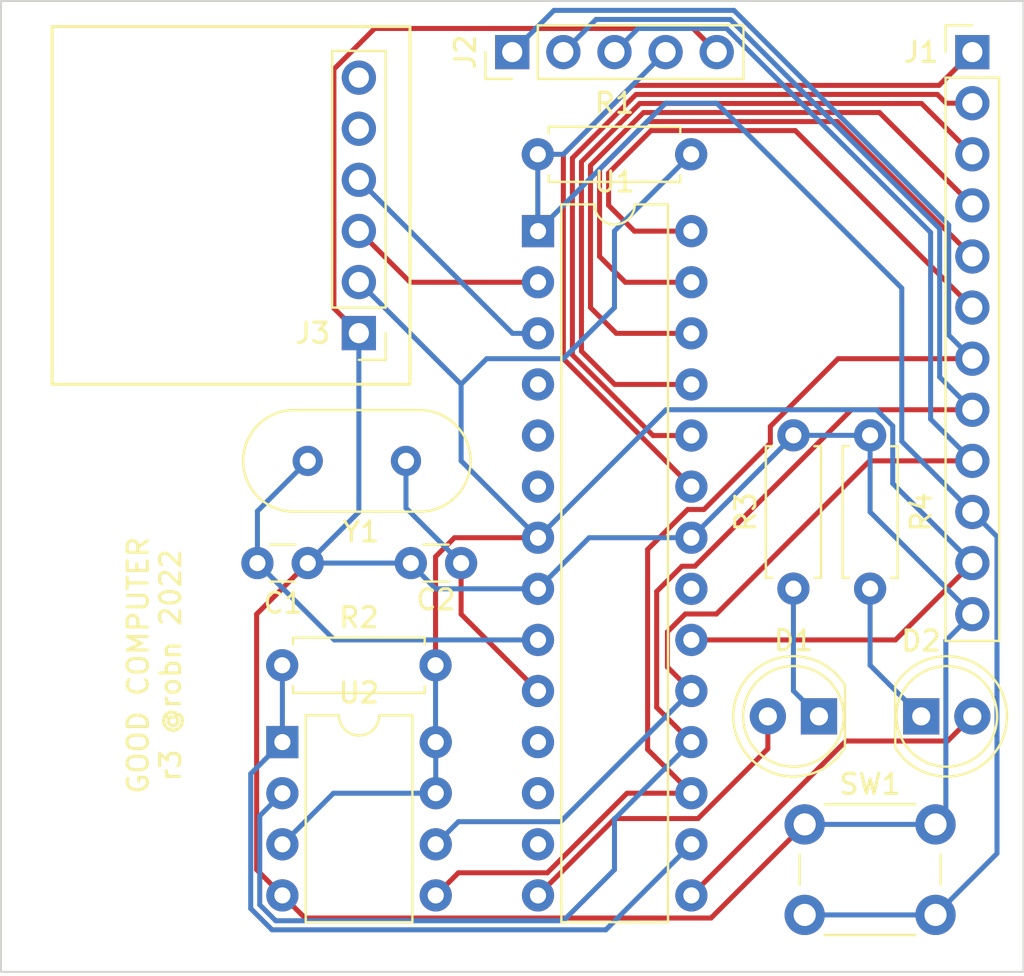
<source format=kicad_pcb>
(kicad_pcb (version 20211014) (generator pcbnew)
  (layers (0 "F.Cu" signal) (31 "B.Cu" signal) (34 "B.Paste" user) (35 "F.Paste" user) (36 "B.SilkS" user "B.Silkscreen") (37 "F.SilkS" user "F.Silkscreen") (38 "B.Mask" user) (39 "F.Mask" user) (44 "Edge.Cuts" user))
  (net 0 "")
  (net 1 "Net-(D2-Pad2)")
  (net 2 "Net-(R2-Pad2)")
  (net 3 "VCC")
  (net 5 "GND")
  (net 6 "Net-(C1-Pad1)")
  (net 7 "Net-(C2-Pad1)")
  (net 8 "Net-(D1-Pad2)")
  (net 9 "Net-(D1-Pad1)")
  (net 10 "Net-(D2-Pad1)")
  (net 13 "Net-(U1-Pad27)")
  (net 14 "Net-(U1-Pad28)")
  (net 15 "Net-(U1-Pad23)")
  (net 16 "Net-(U1-Pad24)")
  (net 20 "Net-(U1-Pad25)")
  (net 21 "Net-(U1-Pad26)")
  (net 23 "Net-(J1-Pad7)")
  (net 25 "Net-(J1-Pad8)")
  (net 27 "Net-(J1-Pad9)")
  (net 28 "Net-(J1-Pad10)")
  (net 29 "Net-(J3-Pad3)")
  (net 30 "Net-(J3-Pad4)")
  (footprint "Crystal:Crystal_HC49-U_Vertical" (layer "F.Cu") (at 124.46 71.12)
    (fp_text reference "Y1" (at 2.64 3.525) (layer "F.SilkS"))
    (fp_text value "16MHz")
    (fp_line (start -0.685 -2.525) (end 5.565 -2.525) (layer "F.SilkS") (width 0.12))
    (fp_line (start -0.685 2.525) (end 5.565 2.525) (layer "F.SilkS") (width 0.12))
    (fp_arc (start -0.685 2.525) (mid -3.21 0) (end -0.685 -2.525) (layer "F.SilkS") (width 0.12))
    (fp_arc (start 5.565 -2.525) (mid 8.09 0) (end 5.565 2.525) (layer "F.SilkS") (width 0.12))
    (pad "1" thru_hole circle locked (at 0 0) (size 1.5 1.5) (drill 0.8) (layers *.Cu *.Mask) (net 6 "Net-(C1-Pad1)"))
    (pad "2" thru_hole circle locked (at 4.88 0) (size 1.5 1.5) (drill 0.8) (layers *.Cu *.Mask) (net 7 "Net-(C2-Pad1)"))
  )
  (footprint "Capacitor_THT:C_Disc_D3.0mm_W1.6mm_P2.50mm" (layer "F.Cu") (at 121.96 76.2)
    (fp_text reference "C1" (at 1.280457 1.990385) (layer "F.SilkS"))
    (fp_text value "22")
    (fp_line (start 0.621 -0.92) (end 1.879 -0.92) (layer "F.SilkS") (width 0.12))
    (fp_line (start 0.621 0.92) (end 1.879 0.92) (layer "F.SilkS") (width 0.12))
    (pad "1" thru_hole circle locked (at 0 0) (size 1.6 1.6) (drill 0.8) (layers *.Cu *.Mask) (net 6 "Net-(C1-Pad1)"))
    (pad "2" thru_hole circle locked (at 2.5 0) (size 1.6 1.6) (drill 0.8) (layers *.Cu *.Mask) (net 5 "GND"))
  )
  (footprint "Capacitor_THT:C_Disc_D3.0mm_W1.6mm_P2.50mm" (layer "F.Cu") (at 132.08 76.2 180)
    (fp_text reference "C2" (at 1.25 -1.821643) (layer "F.SilkS"))
    (fp_text value "22")
    (fp_line (start 0.621 0.92) (end 1.879 0.92) (layer "F.SilkS") (width 0.12))
    (fp_line (start 0.621 -0.92) (end 1.879 -0.92) (layer "F.SilkS") (width 0.12))
    (pad "1" thru_hole circle locked (at 0 0 180) (size 1.6 1.6) (drill 0.8) (layers *.Cu *.Mask) (net 7 "Net-(C2-Pad1)"))
    (pad "2" thru_hole circle locked (at 2.5 0 180) (size 1.6 1.6) (drill 0.8) (layers *.Cu *.Mask) (net 5 "GND"))
  )
  (footprint "Resistor_THT:R_Axial_DIN0207_L6.3mm_D2.5mm_P7.62mm_Horizontal" (layer "F.Cu") (at 130.81 81.28 180)
    (fp_text reference "R2" (at 3.81 2.37 180) (layer "F.SilkS"))
    (fp_text value "4K7")
    (fp_line (start 0.54 1.37) (end 7.08 1.37) (layer "F.SilkS") (width 0.12))
    (fp_line (start 0.54 1.04) (end 0.54 1.37) (layer "F.SilkS") (width 0.12))
    (fp_line (start 0.54 -1.37) (end 7.08 -1.37) (layer "F.SilkS") (width 0.12))
    (fp_line (start 7.08 -1.37) (end 7.08 -1.04) (layer "F.SilkS") (width 0.12))
    (fp_line (start 0.54 -1.04) (end 0.54 -1.37) (layer "F.SilkS") (width 0.12))
    (fp_line (start 7.08 1.37) (end 7.08 1.04) (layer "F.SilkS") (width 0.12))
    (pad "1" thru_hole circle locked (at 0 0 180) (size 1.6 1.6) (drill 0.8) (layers *.Cu *.Mask) (net 3 "VCC"))
    (pad "2" thru_hole oval locked (at 7.62 0 180) (size 1.6 1.6) (drill 0.8) (layers *.Cu *.Mask) (net 2 "Net-(R2-Pad2)"))
  )
  (footprint "Package_DIP:DIP-8_W7.62mm" (layer "F.Cu") (at 123.2 85.1)
    (fp_text reference "U2" (at 3.8 -2.45) (layer "F.SilkS"))
    (fp_text value "23LC1024-I/P")
    (fp_line (start 6.46 -1.33) (end 4.81 -1.33) (layer "F.SilkS") (width 0.12))
    (fp_line (start 1.16 8.95) (end 6.46 8.95) (layer "F.SilkS") (width 0.12))
    (fp_line (start 1.16 -1.33) (end 1.16 8.95) (layer "F.SilkS") (width 0.12))
    (fp_line (start 6.46 8.95) (end 6.46 -1.33) (layer "F.SilkS") (width 0.12))
    (fp_line (start 2.81 -1.33) (end 1.16 -1.33) (layer "F.SilkS") (width 0.12))
    (fp_arc (start 4.81 -1.33) (mid 3.81 -0.33) (end 2.81 -1.33) (layer "F.SilkS") (width 0.12))
    (pad "1" thru_hole rect locked (at 0 0) (size 1.6 1.6) (drill 0.8) (layers *.Cu *.Mask) (net 2 "Net-(R2-Pad2)"))
    (pad "2" thru_hole oval locked (at 0 2.54) (size 1.6 1.6) (drill 0.8) (layers *.Cu *.Mask) (net 25 "Net-(J1-Pad8)"))
    (pad "3" thru_hole oval locked (at 0 5.08) (size 1.6 1.6) (drill 0.8) (layers *.Cu *.Mask) (net 3 "VCC"))
    (pad "4" thru_hole oval locked (at 0 7.62) (size 1.6 1.6) (drill 0.8) (layers *.Cu *.Mask) (net 5 "GND"))
    (pad "5" thru_hole oval locked (at 7.62 7.62) (size 1.6 1.6) (drill 0.8) (layers *.Cu *.Mask) (net 23 "Net-(J1-Pad7)"))
    (pad "6" thru_hole oval locked (at 7.62 5.08) (size 1.6 1.6) (drill 0.8) (layers *.Cu *.Mask) (net 27 "Net-(J1-Pad9)"))
    (pad "7" thru_hole oval locked (at 7.62 2.54) (size 1.6 1.6) (drill 0.8) (layers *.Cu *.Mask) (net 3 "VCC"))
    (pad "8" thru_hole oval locked (at 7.62 0) (size 1.6 1.6) (drill 0.8) (layers *.Cu *.Mask) (net 3 "VCC"))
  )
  (footprint "Package_DIP:DIP-28_W7.62mm" (layer "F.Cu") (at 135.9 59.7)
    (fp_text reference "U1" (at 3.8 -2.45) (layer "F.SilkS"))
    (fp_text value "ATmega8A-P")
    (fp_line (start 1.16 34.35) (end 6.46 34.35) (layer "F.SilkS") (width 0.12))
    (fp_line (start 6.46 34.35) (end 6.46 -1.33) (layer "F.SilkS") (width 0.12))
    (fp_line (start 2.81 -1.33) (end 1.16 -1.33) (layer "F.SilkS") (width 0.12))
    (fp_line (start 1.16 -1.33) (end 1.16 34.35) (layer "F.SilkS") (width 0.12))
    (fp_line (start 6.46 -1.33) (end 4.81 -1.33) (layer "F.SilkS") (width 0.12))
    (fp_arc (start 4.81 -1.33) (mid 3.81 -0.33) (end 2.81 -1.33) (layer "F.SilkS") (width 0.12))
    (pad "1" thru_hole rect locked (at 0 0) (size 1.6 1.6) (drill 0.8) (layers *.Cu *.Mask) (net 28 "Net-(J1-Pad10)"))
    (pad "2" thru_hole oval locked (at 0 2.54) (size 1.6 1.6) (drill 0.8) (layers *.Cu *.Mask) (net 29 "Net-(J3-Pad3)"))
    (pad "3" thru_hole oval locked (at 0 5.08) (size 1.6 1.6) (drill 0.8) (layers *.Cu *.Mask) (net 30 "Net-(J3-Pad4)"))
    (pad "4" thru_hole oval locked (at 0 7.62) (size 1.6 1.6) (drill 0.8) (layers *.Cu *.Mask))
    (pad "5" thru_hole oval locked (at 0 10.16) (size 1.6 1.6) (drill 0.8) (layers *.Cu *.Mask))
    (pad "6" thru_hole oval locked (at 0 12.7) (size 1.6 1.6) (drill 0.8) (layers *.Cu *.Mask))
    (pad "7" thru_hole oval locked (at 0 15.24) (size 1.6 1.6) (drill 0.8) (layers *.Cu *.Mask) (net 3 "VCC"))
    (pad "8" thru_hole oval locked (at 0 17.78) (size 1.6 1.6) (drill 0.8) (layers *.Cu *.Mask) (net 5 "GND"))
    (pad "9" thru_hole oval locked (at 0 20.32) (size 1.6 1.6) (drill 0.8) (layers *.Cu *.Mask) (net 6 "Net-(C1-Pad1)"))
    (pad "10" thru_hole oval locked (at 0 22.86) (size 1.6 1.6) (drill 0.8) (layers *.Cu *.Mask) (net 7 "Net-(C2-Pad1)"))
    (pad "11" thru_hole oval locked (at 0 25.4) (size 1.6 1.6) (drill 0.8) (layers *.Cu *.Mask))
    (pad "12" thru_hole oval locked (at 0 27.94) (size 1.6 1.6) (drill 0.8) (layers *.Cu *.Mask))
    (pad "13" thru_hole oval locked (at 0 30.48) (size 1.6 1.6) (drill 0.8) (layers *.Cu *.Mask))
    (pad "14" thru_hole oval locked (at 0 33.02) (size 1.6 1.6) (drill 0.8) (layers *.Cu *.Mask) (net 8 "Net-(D1-Pad2)"))
    (pad "15" thru_hole oval locked (at 7.62 33.02) (size 1.6 1.6) (drill 0.8) (layers *.Cu *.Mask) (net 1 "Net-(D2-Pad2)"))
    (pad "16" thru_hole oval locked (at 7.62 30.48) (size 1.6 1.6) (drill 0.8) (layers *.Cu *.Mask) (net 2 "Net-(R2-Pad2)"))
    (pad "17" thru_hole oval locked (at 7.62 27.94) (size 1.6 1.6) (drill 0.8) (layers *.Cu *.Mask) (net 23 "Net-(J1-Pad7)"))
    (pad "18" thru_hole oval locked (at 7.62 25.4) (size 1.6 1.6) (drill 0.8) (layers *.Cu *.Mask) (net 25 "Net-(J1-Pad8)"))
    (pad "19" thru_hole oval locked (at 7.62 22.86) (size 1.6 1.6) (drill 0.8) (layers *.Cu *.Mask) (net 27 "Net-(J1-Pad9)"))
    (pad "20" thru_hole oval locked (at 7.62 20.32) (size 1.6 1.6) (drill 0.8) (layers *.Cu *.Mask) (net 3 "VCC"))
    (pad "21" thru_hole oval locked (at 7.62 17.78) (size 1.6 1.6) (drill 0.8) (layers *.Cu *.Mask))
    (pad "22" thru_hole oval locked (at 7.62 15.24) (size 1.6 1.6) (drill 0.8) (layers *.Cu *.Mask) (net 5 "GND"))
    (pad "23" thru_hole oval locked (at 7.62 12.7) (size 1.6 1.6) (drill 0.8) (layers *.Cu *.Mask) (net 15 "Net-(U1-Pad23)"))
    (pad "24" thru_hole oval locked (at 7.62 10.16) (size 1.6 1.6) (drill 0.8) (layers *.Cu *.Mask) (net 16 "Net-(U1-Pad24)"))
    (pad "25" thru_hole oval locked (at 7.62 7.62) (size 1.6 1.6) (drill 0.8) (layers *.Cu *.Mask) (net 20 "Net-(U1-Pad25)"))
    (pad "26" thru_hole oval locked (at 7.62 5.08) (size 1.6 1.6) (drill 0.8) (layers *.Cu *.Mask) (net 21 "Net-(U1-Pad26)"))
    (pad "27" thru_hole oval locked (at 7.62 2.54) (size 1.6 1.6) (drill 0.8) (layers *.Cu *.Mask) (net 13 "Net-(U1-Pad27)"))
    (pad "28" thru_hole oval locked (at 7.62 0) (size 1.6 1.6) (drill 0.8) (layers *.Cu *.Mask) (net 14 "Net-(U1-Pad28)"))
  )
  (footprint "Connector_PinHeader_2.54mm:PinHeader_1x12_P2.54mm_Vertical" (layer "F.Cu") (at 157.48 50.8)
    (fp_text reference "J1" (at -2.54 0) (layer "F.SilkS"))
    (fp_text value "IO")
    (fp_line (start -1.33 1.27) (end 1.33 1.27) (layer "F.SilkS") (width 0.12))
    (fp_line (start 1.33 1.27) (end 1.33 29.27) (layer "F.SilkS") (width 0.12))
    (fp_line (start -1.33 29.27) (end 1.33 29.27) (layer "F.SilkS") (width 0.12))
    (fp_line (start -1.33 0) (end -1.33 -1.33) (layer "F.SilkS") (width 0.12))
    (fp_line (start -1.33 -1.33) (end 0 -1.33) (layer "F.SilkS") (width 0.12))
    (fp_line (start -1.33 1.27) (end -1.33 29.27) (layer "F.SilkS") (width 0.12))
    (pad "1" thru_hole rect locked (at 0 0) (size 1.7 1.7) (drill 1) (layers *.Cu *.Mask) (net 15 "Net-(U1-Pad23)"))
    (pad "2" thru_hole oval locked (at 0 2.54) (size 1.7 1.7) (drill 1) (layers *.Cu *.Mask) (net 16 "Net-(U1-Pad24)"))
    (pad "3" thru_hole oval locked (at 0 5.08) (size 1.7 1.7) (drill 1) (layers *.Cu *.Mask) (net 20 "Net-(U1-Pad25)"))
    (pad "4" thru_hole oval locked (at 0 7.62) (size 1.7 1.7) (drill 1) (layers *.Cu *.Mask) (net 21 "Net-(U1-Pad26)"))
    (pad "5" thru_hole oval locked (at 0 10.16) (size 1.7 1.7) (drill 1) (layers *.Cu *.Mask) (net 13 "Net-(U1-Pad27)"))
    (pad "6" thru_hole oval locked (at 0 12.7) (size 1.7 1.7) (drill 1) (layers *.Cu *.Mask) (net 14 "Net-(U1-Pad28)"))
    (pad "7" thru_hole oval locked (at 0 15.24) (size 1.7 1.7) (drill 1) (layers *.Cu *.Mask) (net 23 "Net-(J1-Pad7)"))
    (pad "8" thru_hole oval locked (at 0 17.78) (size 1.7 1.7) (drill 1) (layers *.Cu *.Mask) (net 25 "Net-(J1-Pad8)"))
    (pad "9" thru_hole oval locked (at 0 20.32) (size 1.7 1.7) (drill 1) (layers *.Cu *.Mask) (net 27 "Net-(J1-Pad9)"))
    (pad "10" thru_hole oval locked (at 0 22.86) (size 1.7 1.7) (drill 1) (layers *.Cu *.Mask) (net 28 "Net-(J1-Pad10)"))
    (pad "11" thru_hole oval locked (at 0 25.4) (size 1.7 1.7) (drill 1) (layers *.Cu *.Mask) (net 3 "VCC"))
    (pad "12" thru_hole oval locked (at 0 27.94) (size 1.7 1.7) (drill 1) (layers *.Cu *.Mask) (net 5 "GND"))
  )
  (footprint "Resistor_THT:R_Axial_DIN0207_L6.3mm_D2.5mm_P7.62mm_Horizontal" (layer "F.Cu") (at 148.59 77.47 90)
    (fp_text reference "R3" (at 3.81 -2.37 90) (layer "F.SilkS"))
    (fp_text value "220")
    (fp_line (start 0.54 -1.37) (end 7.08 -1.37) (layer "F.SilkS") (width 0.12))
    (fp_line (start 7.08 1.37) (end 7.08 1.04) (layer "F.SilkS") (width 0.12))
    (fp_line (start 0.54 1.04) (end 0.54 1.37) (layer "F.SilkS") (width 0.12))
    (fp_line (start 0.54 -1.04) (end 0.54 -1.37) (layer "F.SilkS") (width 0.12))
    (fp_line (start 7.08 -1.37) (end 7.08 -1.04) (layer "F.SilkS") (width 0.12))
    (fp_line (start 0.54 1.37) (end 7.08 1.37) (layer "F.SilkS") (width 0.12))
    (pad "1" thru_hole circle locked (at 0 0 90) (size 1.6 1.6) (drill 0.8) (layers *.Cu *.Mask) (net 9 "Net-(D1-Pad1)"))
    (pad "2" thru_hole oval locked (at 7.62 0 90) (size 1.6 1.6) (drill 0.8) (layers *.Cu *.Mask) (net 5 "GND"))
  )
  (footprint "Button_Switch_THT:SW_PUSH_6mm" (layer "F.Cu") (at 149.15 89.19)
    (fp_text reference "SW1" (at 3.25 -2) (layer "F.SilkS"))
    (fp_text value "RESET")
    (fp_line (start 5.5 -1) (end 1 -1) (layer "F.SilkS") (width 0.12))
    (fp_line (start -0.25 1.5) (end -0.25 3) (layer "F.SilkS") (width 0.12))
    (fp_line (start 6.75 3) (end 6.75 1.5) (layer "F.SilkS") (width 0.12))
    (fp_line (start 1 5.5) (end 5.5 5.5) (layer "F.SilkS") (width 0.12))
    (pad "1" thru_hole circle locked (at 6.5 0 90) (size 2 2) (drill 1.1) (layers *.Cu *.Mask) (net 5 "GND"))
    (pad "1" thru_hole circle locked (at 0 0 90) (size 2 2) (drill 1.1) (layers *.Cu *.Mask) (net 5 "GND"))
    (pad "2" thru_hole circle locked (at 6.5 4.5 90) (size 2 2) (drill 1.1) (layers *.Cu *.Mask) (net 28 "Net-(J1-Pad10)"))
    (pad "2" thru_hole circle locked (at 0 4.5 90) (size 2 2) (drill 1.1) (layers *.Cu *.Mask) (net 28 "Net-(J1-Pad10)"))
  )
  (footprint "LED_THT:LED_D5.0mm" (layer "F.Cu") (at 154.94 83.82)
    (fp_text reference "D2" (at -0.010385 -3.75) (layer "F.SilkS"))
    (fp_text value "LED")
    (fp_line (start -1.29 -1.545) (end -1.29 1.545) (layer "F.SilkS") (width 0.12))
    (fp_arc (start 4.26 -0.000462) (mid 2.072002 2.880433) (end -1.29 1.54483) (layer "F.SilkS") (width 0.12))
    (fp_arc (start -1.29 -1.54483) (mid 2.072002 -2.880433) (end 4.26 0.000462) (layer "F.SilkS") (width 0.12))
    (fp_circle (center 1.27 0) (end 3.77 0) (layer "F.SilkS") (width 0.12) (fill none))
    (pad "1" thru_hole rect locked (at 0 0) (size 1.8 1.8) (drill 0.9) (layers *.Cu *.Mask) (net 10 "Net-(D2-Pad1)"))
    (pad "2" thru_hole circle locked (at 2.54 0) (size 1.8 1.8) (drill 0.9) (layers *.Cu *.Mask) (net 1 "Net-(D2-Pad2)"))
  )
  (footprint "LED_THT:LED_D5.0mm" (layer "F.Cu") (at 149.86 83.82 180)
    (fp_text reference "D1" (at 1.259121 3.771178 180) (layer "F.SilkS"))
    (fp_text value "LED")
    (fp_line (start -1.29 -1.545) (end -1.29 1.545) (layer "F.SilkS") (width 0.12))
    (fp_arc (start 4.26 -0.000462) (mid 2.072002 2.880433) (end -1.29 1.54483) (layer "F.SilkS") (width 0.12))
    (fp_arc (start -1.29 -1.54483) (mid 2.072002 -2.880433) (end 4.26 0.000462) (layer "F.SilkS") (width 0.12))
    (fp_circle (center 1.27 0) (end 3.77 0) (layer "F.SilkS") (width 0.12) (fill none))
    (pad "1" thru_hole rect locked (at 0 0 180) (size 1.8 1.8) (drill 0.9) (layers *.Cu *.Mask) (net 9 "Net-(D1-Pad1)"))
    (pad "2" thru_hole circle locked (at 2.54 0 180) (size 1.8 1.8) (drill 0.9) (layers *.Cu *.Mask) (net 8 "Net-(D1-Pad2)"))
  )
  (footprint "Connector_PinHeader_2.54mm:PinHeader_1x05_P2.54mm_Vertical" (layer "F.Cu") (at 134.62 50.8 90)
    (fp_text reference "J2" (at 0 -2.33 90) (layer "F.SilkS"))
    (fp_text value "ISP")
    (fp_line (start 1.33 1.27) (end 1.33 11.49) (layer "F.SilkS") (width 0.12))
    (fp_line (start -1.33 -1.33) (end 0 -1.33) (layer "F.SilkS") (width 0.12))
    (fp_line (start -1.33 1.27) (end -1.33 11.49) (layer "F.SilkS") (width 0.12))
    (fp_line (start -1.33 11.49) (end 1.33 11.49) (layer "F.SilkS") (width 0.12))
    (fp_line (start -1.33 1.27) (end 1.33 1.27) (layer "F.SilkS") (width 0.12))
    (fp_line (start -1.33 0) (end -1.33 -1.33) (layer "F.SilkS") (width 0.12))
    (pad "1" thru_hole rect locked (at 0 0 90) (size 1.7 1.7) (drill 1) (layers *.Cu *.Mask) (net 23 "Net-(J1-Pad7)"))
    (pad "2" thru_hole oval locked (at 0 2.54 90) (size 1.7 1.7) (drill 1) (layers *.Cu *.Mask) (net 25 "Net-(J1-Pad8)"))
    (pad "3" thru_hole oval locked (at 0 5.08 90) (size 1.7 1.7) (drill 1) (layers *.Cu *.Mask) (net 27 "Net-(J1-Pad9)"))
    (pad "4" thru_hole oval locked (at 0 7.62 90) (size 1.7 1.7) (drill 1) (layers *.Cu *.Mask) (net 28 "Net-(J1-Pad10)"))
    (pad "5" thru_hole oval locked (at 0 10.16 90) (size 1.7 1.7) (drill 1) (layers *.Cu *.Mask) (net 5 "GND"))
  )
  (footprint "Resistor_THT:R_Axial_DIN0207_L6.3mm_D2.5mm_P7.62mm_Horizontal" (layer "F.Cu") (at 152.4 77.47 90)
    (fp_text reference "R4" (at 3.81 2.54 90) (layer "F.SilkS"))
    (fp_text value "220")
    (fp_line (start 0.54 -1.37) (end 7.08 -1.37) (layer "F.SilkS") (width 0.12))
    (fp_line (start 0.54 1.04) (end 0.54 1.37) (layer "F.SilkS") (width 0.12))
    (fp_line (start 0.54 -1.04) (end 0.54 -1.37) (layer "F.SilkS") (width 0.12))
    (fp_line (start 0.54 1.37) (end 7.08 1.37) (layer "F.SilkS") (width 0.12))
    (fp_line (start 7.08 1.37) (end 7.08 1.04) (layer "F.SilkS") (width 0.12))
    (fp_line (start 7.08 -1.37) (end 7.08 -1.04) (layer "F.SilkS") (width 0.12))
    (pad "1" thru_hole circle locked (at 0 0 90) (size 1.6 1.6) (drill 0.8) (layers *.Cu *.Mask) (net 10 "Net-(D2-Pad1)"))
    (pad "2" thru_hole oval locked (at 7.62 0 90) (size 1.6 1.6) (drill 0.8) (layers *.Cu *.Mask) (net 5 "GND"))
  )
  (footprint "Connector_PinHeader_2.54mm:PinHeader_1x06_P2.54mm_Vertical" (layer "F.Cu") (at 127 64.77 180)
    (fp_text reference "J3" (at 2.292223 0) (layer "F.SilkS"))
    (fp_text value "CH304Ex")
    (fp_line (start -1.33 1.27) (end 1.33 1.27) (layer "F.SilkS") (width 0.12))
    (fp_line (start -1.33 0) (end -1.33 -1.33) (layer "F.SilkS") (width 0.12))
    (fp_line (start 1.33 1.27) (end 1.33 14.03) (layer "F.SilkS") (width 0.12))
    (fp_line (start -1.33 1.27) (end -1.33 14.03) (layer "F.SilkS") (width 0.12))
    (fp_line (start -1.33 -1.33) (end 0 -1.33) (layer "F.SilkS") (width 0.12))
    (fp_line (start -1.33 14.03) (end 1.33 14.03) (layer "F.SilkS") (width 0.12))
    (pad "1" thru_hole rect locked (at 0 0 180) (size 1.7 1.7) (drill 1) (layers *.Cu *.Mask) (net 5 "GND"))
    (pad "2" thru_hole oval locked (at 0 2.54 180) (size 1.7 1.7) (drill 1) (layers *.Cu *.Mask) (net 3 "VCC"))
    (pad "3" thru_hole oval locked (at 0 5.08 180) (size 1.7 1.7) (drill 1) (layers *.Cu *.Mask) (net 29 "Net-(J3-Pad3)"))
    (pad "4" thru_hole oval locked (at 0 7.62 180) (size 1.7 1.7) (drill 1) (layers *.Cu *.Mask) (net 30 "Net-(J3-Pad4)"))
    (pad "5" thru_hole oval locked (at 0 10.16 180) (size 1.7 1.7) (drill 1) (layers *.Cu *.Mask))
    (pad "6" thru_hole oval locked (at 0 12.7 180) (size 1.7 1.7) (drill 1) (layers *.Cu *.Mask))
  )
  (footprint "Resistor_THT:R_Axial_DIN0207_L6.3mm_D2.5mm_P7.62mm_Horizontal" (layer "F.Cu") (at 143.51 55.88 180)
    (fp_text reference "R1" (at 3.81 2.54) (layer "F.SilkS"))
    (fp_text value "4K7")
    (fp_line (start 0.54 -1.37) (end 7.08 -1.37) (layer "F.SilkS") (width 0.12))
    (fp_line (start 7.08 1.37) (end 7.08 1.04) (layer "F.SilkS") (width 0.12))
    (fp_line (start 0.54 -1.04) (end 0.54 -1.37) (layer "F.SilkS") (width 0.12))
    (fp_line (start 7.08 -1.37) (end 7.08 -1.04) (layer "F.SilkS") (width 0.12))
    (fp_line (start 0.54 1.37) (end 7.08 1.37) (layer "F.SilkS") (width 0.12))
    (fp_line (start 0.54 1.04) (end 0.54 1.37) (layer "F.SilkS") (width 0.12))
    (pad "1" thru_hole circle locked (at 0 0 180) (size 1.6 1.6) (drill 0.8) (layers *.Cu *.Mask) (net 3 "VCC"))
    (pad "2" thru_hole oval locked (at 7.62 0 180) (size 1.6 1.6) (drill 0.8) (layers *.Cu *.Mask) (net 28 "Net-(J1-Pad10)"))
  )
  (gr_rect (start 129.54 67.31) (end 111.76 49.53) (layer "F.SilkS") (width 0.15) (fill none))
  (gr_rect (start 109.22 48.26) (end 160.02 96.52) (layer "Edge.Cuts") (width 0.1) (fill none))
  (gr_text "GOOD COMPUTER\nr3 @robn 2022" (at 116.84 81.28 90) (layer "F.SilkS") (effects (font (size 1 1))))
  (segment (start 151.195489 85.044511) (end 156.255489 85.044511) (width 0.25) (layer "F.Cu") (net 1))
  (segment (start 156.255489 85.044511) (end 157.48 83.82) (width 0.25) (layer "F.Cu") (net 1))
  (segment (start 143.52 92.72) (end 151.195489 85.044511) (width 0.25) (layer "F.Cu") (net 1))
  (segment (start 121.625969 93.371986) (end 121.625969 86.674031) (width 0.25) (layer "B.Cu") (net 2))
  (segment (start 122.683503 94.42952) (end 121.625969 93.371986) (width 0.25) (layer "B.Cu") (net 2))
  (segment (start 139.27048 94.42952) (end 122.683503 94.42952) (width 0.25) (layer "B.Cu") (net 2))
  (segment (start 143.52 90.18) (end 139.27048 94.42952) (width 0.25) (layer "B.Cu") (net 2))
  (segment (start 121.625969 86.674031) (end 123.2 85.1) (width 0.25) (layer "B.Cu") (net 2))
  (segment (start 123.2 85.1) (end 123.2 81.29) (width 0.25) (layer "B.Cu") (net 2))
  (segment (start 131.7497 74.94) (end 130.81 75.8797) (width 0.25) (layer "F.Cu") (net 3))
  (segment (start 130.81 75.8797) (end 130.81 81.28) (width 0.25) (layer "F.Cu") (net 3))
  (segment (start 157.48 76.2) (end 153.66 80.02) (width 0.25) (layer "F.Cu") (net 3))
  (segment (start 135.9 74.94) (end 131.7497 74.94) (width 0.25) (layer "F.Cu") (net 3))
  (segment (start 153.66 80.02) (end 143.52 80.02) (width 0.25) (layer "F.Cu") (net 3))
  (segment (start 139.7 63.5) (end 137.16 66.04) (width 0.25) (layer "B.Cu") (net 3))
  (segment (start 153.524511 72.244511) (end 153.524511 69.384211) (width 0.25) (layer "B.Cu") (net 3))
  (segment (start 139.7 59.69) (end 139.7 63.5) (width 0.25) (layer "B.Cu") (net 3))
  (segment (start 153.524511 69.384211) (end 152.7203 68.58) (width 0.25) (layer "B.Cu") (net 3))
  (segment (start 137.16 66.04) (end 133.35 66.04) (width 0.25) (layer "B.Cu") (net 3))
  (segment (start 130.82 87.64) (end 125.74 87.64) (width 0.25) (layer "B.Cu") (net 3))
  (segment (start 130.82 85.1) (end 130.82 87.64) (width 0.25) (layer "B.Cu") (net 3))
  (segment (start 125.74 87.64) (end 123.2 90.18) (width 0.25) (layer "B.Cu") (net 3))
  (segment (start 133.35 66.04) (end 132.08 67.31) (width 0.25) (layer "B.Cu") (net 3))
  (segment (start 157.48 76.2) (end 153.524511 72.244511) (width 0.25) (layer "B.Cu") (net 3))
  (segment (start 152.7203 68.58) (end 142.26 68.58) (width 0.25) (layer "B.Cu") (net 3))
  (segment (start 143.51 55.88) (end 139.7 59.69) (width 0.25) (layer "B.Cu") (net 3))
  (segment (start 132.08 71.12) (end 135.9 74.94) (width 0.25) (layer "B.Cu") (net 3))
  (segment (start 142.26 68.58) (end 135.9 74.94) (width 0.25) (layer "B.Cu") (net 3))
  (segment (start 127 62.23) (end 132.08 67.31) (width 0.25) (layer "B.Cu") (net 3))
  (segment (start 132.08 67.31) (end 132.08 71.12) (width 0.25) (layer "B.Cu") (net 3))
  (segment (start 130.81 81.28) (end 130.81 85.09) (width 0.25) (layer "B.Cu") (net 3))
  (segment (start 127.783501 49.625489) (end 125.759367 51.649623) (width 0.25) (layer "F.Cu") (net 5))
  (segment (start 144.495489 93.844511) (end 124.324511 93.844511) (width 0.25) (layer "F.Cu") (net 5))
  (segment (start 125.759367 51.649623) (end 125.759367 63.529367) (width 0.25) (layer "F.Cu") (net 5))
  (segment (start 124.324511 93.844511) (end 123.2 92.72) (width 0.25) (layer "F.Cu") (net 5))
  (segment (start 121.92 91.44) (end 121.92 78.74) (width 0.25) (layer "F.Cu") (net 5))
  (segment (start 123.2 92.72) (end 121.92 91.44) (width 0.25) (layer "F.Cu") (net 5))
  (segment (start 149.15 89.19) (end 144.495489 93.844511) (width 0.25) (layer "F.Cu") (net 5))
  (segment (start 143.605489 49.625489) (end 127.783501 49.625489) (width 0.25) (layer "F.Cu") (net 5))
  (segment (start 121.92 78.74) (end 124.46 76.2) (width 0.25) (layer "F.Cu") (net 5))
  (segment (start 125.759367 63.529367) (end 127 64.77) (width 0.25) (layer "F.Cu") (net 5))
  (segment (start 144.78 50.8) (end 143.605489 49.625489) (width 0.25) (layer "F.Cu") (net 5))
  (segment (start 148.59 69.87) (end 143.52 74.94) (width 0.25) (layer "B.Cu") (net 5))
  (segment (start 152.4 69.85) (end 152.4 73.66) (width 0.25) (layer "B.Cu") (net 5))
  (segment (start 124.46 76.2) (end 127 73.66) (width 0.25) (layer "B.Cu") (net 5))
  (segment (start 130.82 77.48) (end 129.54 76.2) (width 0.25) (layer "B.Cu") (net 5))
  (segment (start 149.15 89.19) (end 155.65 89.19) (width 0.25) (layer "B.Cu") (net 5))
  (segment (start 148.59 69.85) (end 152.4 69.85) (width 0.25) (layer "B.Cu") (net 5))
  (segment (start 156.164511 80.055489) (end 157.48 78.74) (width 0.25) (layer "B.Cu") (net 5))
  (segment (start 152.4 73.66) (end 157.48 78.74) (width 0.25) (layer "B.Cu") (net 5))
  (segment (start 127 73.66) (end 127 64.77) (width 0.25) (layer "B.Cu") (net 5))
  (segment (start 129.54 76.2) (end 124.46 76.2) (width 0.25) (layer "B.Cu") (net 5))
  (segment (start 156.164511 88.675489) (end 156.164511 80.055489) (width 0.25) (layer "B.Cu") (net 5))
  (segment (start 135.9 77.48) (end 130.82 77.48) (width 0.25) (layer "B.Cu") (net 5))
  (segment (start 143.52 74.94) (end 138.44 74.94) (width 0.25) (layer "B.Cu") (net 5))
  (segment (start 138.44 74.94) (end 135.9 77.48) (width 0.25) (layer "B.Cu") (net 5))
  (segment (start 125.78 80.02) (end 135.9 80.02) (width 0.25) (layer "B.Cu") (net 6))
  (segment (start 121.96 73.62) (end 124.46 71.12) (width 0.25) (layer "B.Cu") (net 6))
  (segment (start 121.96 76.2) (end 125.78 80.02) (width 0.25) (layer "B.Cu") (net 6))
  (segment (start 121.96 76.2) (end 121.96 73.62) (width 0.25) (layer "B.Cu") (net 6))
  (segment (start 132.08 76.2) (end 132.08 78.74) (width 0.25) (layer "F.Cu") (net 7))
  (segment (start 132.08 78.74) (end 135.9 82.56) (width 0.25) (layer "F.Cu") (net 7))
  (segment (start 129.34 71.12) (end 129.34 73.46) (width 0.25) (layer "B.Cu") (net 7))
  (segment (start 129.34 73.46) (end 132.08 76.2) (width 0.25) (layer "B.Cu") (net 7))
  (segment (start 143.8503 88.9) (end 139.72 88.9) (width 0.25) (layer "F.Cu") (net 8))
  (segment (start 139.72 88.9) (end 135.9 92.72) (width 0.25) (layer "F.Cu") (net 8))
  (segment (start 147.32 85.4303) (end 143.8503 88.9) (width 0.25) (layer "F.Cu") (net 8))
  (segment (start 147.32 83.82) (end 147.32 85.4303) (width 0.25) (layer "F.Cu") (net 8))
  (segment (start 148.59 77.47) (end 148.59 82.55) (width 0.25) (layer "B.Cu") (net 9))
  (segment (start 148.59 82.55) (end 149.86 83.82) (width 0.25) (layer "B.Cu") (net 9))
  (segment (start 152.4 77.47) (end 152.4 81.28) (width 0.25) (layer "B.Cu") (net 10))
  (segment (start 152.4 81.28) (end 154.94 83.82) (width 0.25) (layer "B.Cu") (net 10))
  (segment (start 150.772527 54.252527) (end 157.48 60.96) (width 0.25) (layer "F.Cu") (net 13))
  (segment (start 143.52 62.24) (end 140.23808 62.24) (width 0.25) (layer "F.Cu") (net 13))
  (segment (start 141.330345 54.252527) (end 150.772527 54.252527) (width 0.25) (layer "F.Cu") (net 13))
  (segment (start 138.95808 60.96) (end 138.95808 56.624792) (width 0.25) (layer "F.Cu") (net 13))
  (segment (start 138.95808 56.624792) (end 141.330345 54.252527) (width 0.25) (layer "F.Cu") (net 13))
  (segment (start 140.23808 62.24) (end 138.95808 60.96) (width 0.25) (layer "F.Cu") (net 13))
  (segment (start 148.682047 54.702047) (end 157.48 63.5) (width 0.25) (layer "F.Cu") (net 14))
  (segment (start 139.4076 58.42) (end 139.4076 56.81099) (width 0.25) (layer "F.Cu") (net 14))
  (segment (start 140.6876 59.7) (end 139.4076 58.42) (width 0.25) (layer "F.Cu") (net 14))
  (segment (start 141.516543 54.702047) (end 148.682047 54.702047) (width 0.25) (layer "F.Cu") (net 14))
  (segment (start 143.52 59.7) (end 140.6876 59.7) (width 0.25) (layer "F.Cu") (net 14))
  (segment (start 139.4076 56.81099) (end 141.516543 54.702047) (width 0.25) (layer "F.Cu") (net 14))
  (segment (start 143.52 72.4) (end 137.16 66.04) (width 0.25) (layer "F.Cu") (net 15))
  (segment (start 155.825553 52.454447) (end 157.48 50.8) (width 0.25) (layer "F.Cu") (net 15))
  (segment (start 137.16 66.04) (end 137.16 55.88) (width 0.25) (layer "F.Cu") (net 15))
  (segment (start 140.585553 52.454447) (end 155.825553 52.454447) (width 0.25) (layer "F.Cu") (net 15))
  (segment (start 137.16 55.88) (end 140.585553 52.454447) (width 0.25) (layer "F.Cu") (net 15))
  (segment (start 143.52 69.86) (end 141.615718 69.86) (width 0.25) (layer "F.Cu") (net 16))
  (segment (start 137.60952 65.853802) (end 137.60952 56.066198) (width 0.25) (layer "F.Cu") (net 16))
  (segment (start 141.615718 69.86) (end 137.60952 65.853802) (width 0.25) (layer "F.Cu") (net 16))
  (segment (start 137.60952 56.066198) (end 140.771751 52.903967) (width 0.25) (layer "F.Cu") (net 16))
  (segment (start 156.176798 53.34) (end 157.48 53.34) (width 0.25) (layer "F.Cu") (net 16))
  (segment (start 155.740765 52.903967) (end 156.176798 53.34) (width 0.25) (layer "F.Cu") (net 16))
  (segment (start 140.771751 52.903967) (end 155.740765 52.903967) (width 0.25) (layer "F.Cu") (net 16))
  (segment (start 140.957949 53.353487) (end 154.953487 53.353487) (width 0.25) (layer "F.Cu") (net 20))
  (segment (start 139.711436 67.32) (end 138.05904 65.667604) (width 0.25) (layer "F.Cu") (net 20))
  (segment (start 154.953487 53.353487) (end 157.48 55.88) (width 0.25) (layer "F.Cu") (net 20))
  (segment (start 138.05904 65.667604) (end 138.05904 56.252396) (width 0.25) (layer "F.Cu") (net 20))
  (segment (start 138.05904 56.252396) (end 140.957949 53.353487) (width 0.25) (layer "F.Cu") (net 20))
  (segment (start 143.52 67.32) (end 139.711436 67.32) (width 0.25) (layer "F.Cu") (net 20))
  (segment (start 138.50856 63.5) (end 138.50856 56.438594) (width 0.25) (layer "F.Cu") (net 21))
  (segment (start 138.50856 56.438594) (end 141.144147 53.803007) (width 0.25) (layer "F.Cu") (net 21))
  (segment (start 141.144147 53.803007) (end 152.863007 53.803007) (width 0.25) (layer "F.Cu") (net 21))
  (segment (start 143.52 64.78) (end 139.78856 64.78) (width 0.25) (layer "F.Cu") (net 21))
  (segment (start 139.78856 64.78) (end 138.50856 63.5) (width 0.25) (layer "F.Cu") (net 21))
  (segment (start 152.863007 53.803007) (end 157.48 58.42) (width 0.25) (layer "F.Cu") (net 21))
  (segment (start 141.34634 75.52336) (end 143.333375 73.536325) (width 0.25) (layer "F.Cu") (net 23))
  (segment (start 141.34634 85.46634) (end 141.34634 75.52336) (width 0.25) (layer "F.Cu") (net 23))
  (segment (start 131.944511 91.595489) (end 130.82 92.72) (width 0.25) (layer "F.Cu") (net 23))
  (segment (start 143.52 87.64) (end 140.321278 87.64) (width 0.25) (layer "F.Cu") (net 23))
  (segment (start 140.321278 87.64) (end 136.365789 91.595489) (width 0.25) (layer "F.Cu") (net 23))
  (segment (start 136.365789 91.595489) (end 131.944511 91.595489) (width 0.25) (layer "F.Cu") (net 23))
  (segment (start 144.145681 73.536325) (end 147.443674 70.238332) (width 0.25) (layer "F.Cu") (net 23))
  (segment (start 150.8097 66.04) (end 157.48 66.04) (width 0.25) (layer "F.Cu") (net 23))
  (segment (start 143.333375 73.536325) (end 144.145681 73.536325) (width 0.25) (layer "F.Cu") (net 23))
  (segment (start 147.443674 69.406026) (end 150.8097 66.04) (width 0.25) (layer "F.Cu") (net 23))
  (segment (start 147.443674 70.238332) (end 147.443674 69.406026) (width 0.25) (layer "F.Cu") (net 23))
  (segment (start 143.52 87.64) (end 141.34634 85.46634) (width 0.25) (layer "F.Cu") (net 23))
  (segment (start 156.305489 59.393043) (end 156.305489 64.865489) (width 0.25) (layer "B.Cu") (net 23))
  (segment (start 145.638895 48.726449) (end 156.305489 59.393043) (width 0.25) (layer "B.Cu") (net 23))
  (segment (start 134.62 50.8) (end 136.693551 48.726449) (width 0.25) (layer "B.Cu") (net 23))
  (segment (start 156.305489 64.865489) (end 157.48 66.04) (width 0.25) (layer "B.Cu") (net 23))
  (segment (start 136.693551 48.726449) (end 145.638895 48.726449) (width 0.25) (layer "B.Cu") (net 23))
  (segment (start 143.52 85.1) (end 141.79586 83.37586) (width 0.25) (layer "F.Cu") (net 25))
  (segment (start 143.054211 76.355489) (end 143.694811 76.355489) (width 0.25) (layer "F.Cu") (net 25))
  (segment (start 141.79586 83.37586) (end 141.79586 77.61384) (width 0.25) (layer "F.Cu") (net 25))
  (segment (start 151.4703 68.58) (end 157.48 68.58) (width 0.25) (layer "F.Cu") (net 25))
  (segment (start 143.694811 76.355489) (end 151.4703 68.58) (width 0.25) (layer "F.Cu") (net 25))
  (segment (start 141.79586 77.61384) (end 143.054211 76.355489) (width 0.25) (layer "F.Cu") (net 25))
  (segment (start 145.452697 49.175969) (end 155.855969 59.579241) (width 0.25) (layer "B.Cu") (net 25))
  (segment (start 155.855969 59.579241) (end 155.855969 66.955969) (width 0.25) (layer "B.Cu") (net 25))
  (segment (start 122.8697 93.98) (end 122.075489 93.185789) (width 0.25) (layer "B.Cu") (net 25))
  (segment (start 143.52 85.1) (end 139.72 88.9) (width 0.25) (layer "B.Cu") (net 25))
  (segment (start 137.16 93.98) (end 122.8697 93.98) (width 0.25) (layer "B.Cu") (net 25))
  (segment (start 155.855969 66.955969) (end 157.48 68.58) (width 0.25) (layer "B.Cu") (net 25))
  (segment (start 139.7 88.9) (end 139.7 91.44) (width 0.25) (layer "B.Cu") (net 25))
  (segment (start 122.075489 88.764511) (end 123.2 87.64) (width 0.25) (layer "B.Cu") (net 25))
  (segment (start 137.16 50.8) (end 138.784031 49.175969) (width 0.25) (layer "B.Cu") (net 25))
  (segment (start 139.72 88.9) (end 139.7 88.9) (width 0.25) (layer "B.Cu") (net 25))
  (segment (start 122.075489 93.185789) (end 122.075489 88.764511) (width 0.25) (layer "B.Cu") (net 25))
  (segment (start 139.7 91.44) (end 137.16 93.98) (width 0.25) (layer "B.Cu") (net 25))
  (segment (start 138.784031 49.175969) (end 145.452697 49.175969) (width 0.25) (layer "B.Cu") (net 25))
  (segment (start 142.331784 79.617916) (end 143.219036 78.730664) (width 0.25) (layer "F.Cu") (net 27))
  (segment (start 143.52 82.56) (end 142.331784 81.371784) (width 0.25) (layer "F.Cu") (net 27))
  (segment (start 142.331784 81.371784) (end 142.331784 79.617916) (width 0.25) (layer "F.Cu") (net 27))
  (segment (start 144.764055 78.730664) (end 152.374719 71.12) (width 0.25) (layer "F.Cu") (net 27))
  (segment (start 143.219036 78.730664) (end 144.764055 78.730664) (width 0.25) (layer "F.Cu") (net 27))
  (segment (start 152.374719 71.12) (end 157.48 71.12) (width 0.25) (layer "F.Cu") (net 27))
  (segment (start 155.406449 59.76544) (end 155.406449 69.046449) (width 0.25) (layer "B.Cu") (net 27))
  (segment (start 131.944511 89.055489) (end 130.82 90.18) (width 0.25) (layer "B.Cu") (net 27))
  (segment (start 140.874511 49.625489) (end 145.266499 49.625489) (width 0.25) (layer "B.Cu") (net 27))
  (segment (start 137.024511 89.055489) (end 131.944511 89.055489) (width 0.25) (layer "B.Cu") (net 27))
  (segment (start 155.406449 69.046449) (end 157.48 71.12) (width 0.25) (layer "B.Cu") (net 27))
  (segment (start 145.266499 49.625489) (end 155.406449 59.76544) (width 0.25) (layer "B.Cu") (net 27))
  (segment (start 143.52 82.56) (end 137.024511 89.055489) (width 0.25) (layer "B.Cu") (net 27))
  (segment (start 139.7 50.8) (end 140.874511 49.625489) (width 0.25) (layer "B.Cu") (net 27))
  (segment (start 144.78 53.34) (end 142.24 53.34) (width 0.25) (layer "B.Cu") (net 28))
  (segment (start 137.16 55.88) (end 142.24 50.8) (width 0.25) (layer "B.Cu") (net 28))
  (segment (start 158.704511 74.884511) (end 157.48 73.66) (width 0.25) (layer "B.Cu") (net 28))
  (segment (start 135.89 55.88) (end 135.89 59.69) (width 0.25) (layer "B.Cu") (net 28))
  (segment (start 135.89 55.88) (end 137.16 55.88) (width 0.25) (layer "B.Cu") (net 28))
  (segment (start 155.65 93.69) (end 158.704511 90.635489) (width 0.25) (layer "B.Cu") (net 28))
  (segment (start 142.24 53.34) (end 135.9 59.68) (width 0.25) (layer "B.Cu") (net 28))
  (segment (start 144.78 53.34) (end 153.974031 62.534031) (width 0.25) (layer "B.Cu") (net 28))
  (segment (start 157.48 73.66) (end 153.974031 70.154031) (width 0.25) (layer "B.Cu") (net 28))
  (segment (start 158.704511 90.635489) (end 158.704511 74.884511) (width 0.25) (layer "B.Cu") (net 28))
  (segment (start 149.15 93.69) (end 155.65 93.69) (width 0.25) (layer "B.Cu") (net 28))
  (segment (start 153.974031 70.154031) (end 153.974031 62.534031) (width 0.25) (layer "B.Cu") (net 28))
  (segment (start 127 59.69) (end 129.55 62.24) (width 0.25) (layer "F.Cu") (net 29))
  (segment (start 129.55 62.24) (end 135.9 62.24) (width 0.25) (layer "F.Cu") (net 29))
  (segment (start 127 57.15) (end 134.63 64.78) (width 0.25) (layer "B.Cu") (net 30))
  (segment (start 134.63 64.78) (end 135.9 64.78) (width 0.25) (layer "B.Cu") (net 30))
)
</source>
